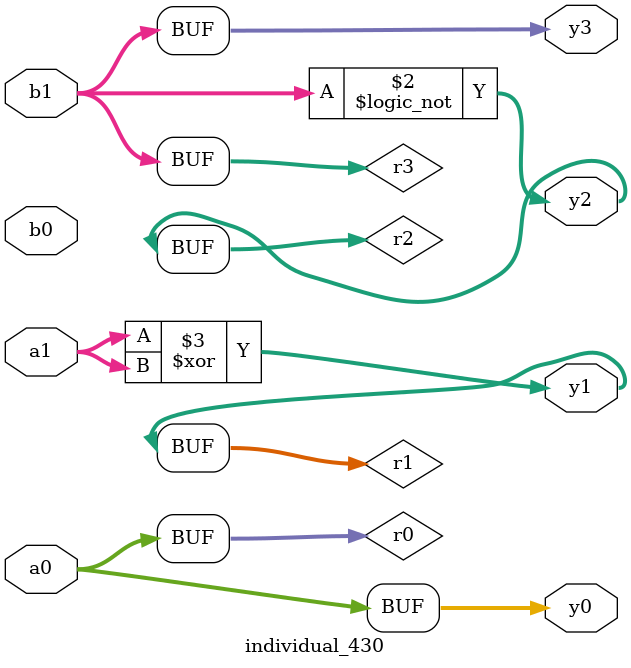
<source format=sv>
module individual_430(input logic [15:0] a1, input logic [15:0] a0, input logic [15:0] b1, input logic [15:0] b0, output logic [15:0] y3, output logic [15:0] y2, output logic [15:0] y1, output logic [15:0] y0);
logic [15:0] r0, r1, r2, r3; 
 always@(*) begin 
	 r0 = a0; r1 = a1; r2 = b0; r3 = b1; 
 	 r2 = ! b1 ;
 	 r1  ^=  r1 ;
 	 y3 = r3; y2 = r2; y1 = r1; y0 = r0; 
end
endmodule
</source>
